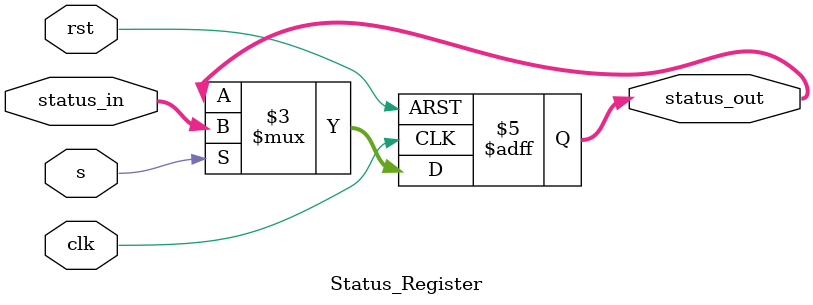
<source format=v>
module Status_Register (
	clk,
	rst,
	s,
	status_in,
	status_out
);

	input clk;
	input rst;
	input s;
   	input [3:0] status_in;
   	output reg [3:0] status_out;

	always @(negedge clk or posedge rst) begin
		if(rst) begin
				status_out <= 0;
		end  
		else if(s) begin
				status_out <= status_in;
		end
		else begin
				status_out <= status_out;
		end    
	end
	
endmodule

</source>
